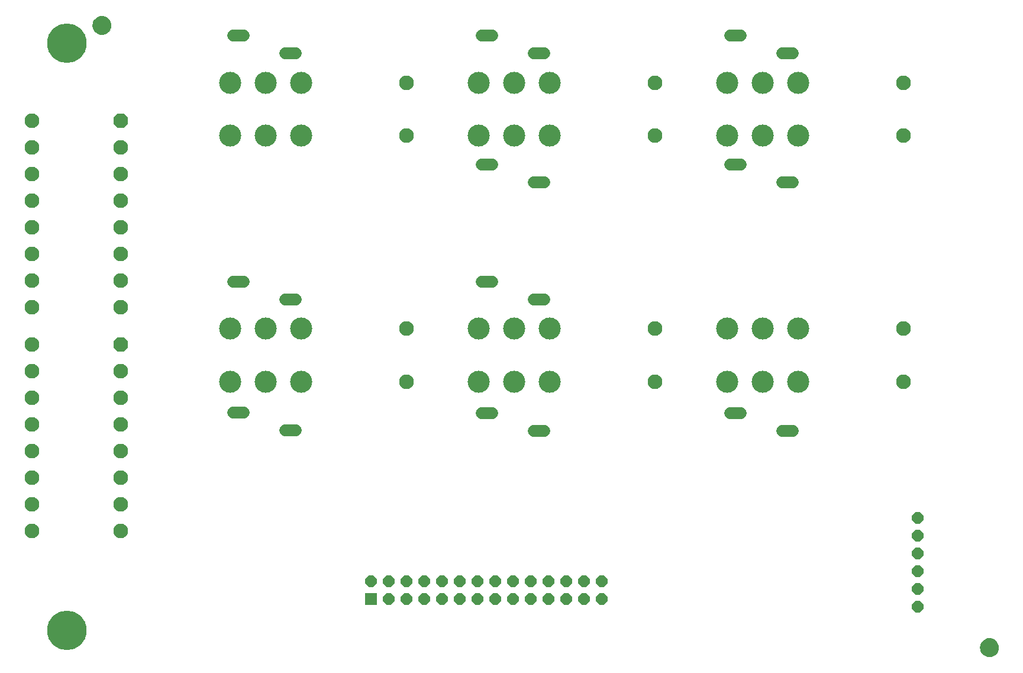
<source format=gbs>
G75*
%MOIN*%
%OFA0B0*%
%FSLAX25Y25*%
%IPPOS*%
%LPD*%
%AMOC8*
5,1,8,0,0,1.08239X$1,22.5*
%
%ADD10C,0.13198*%
%ADD11OC8,0.06506*%
%ADD12R,0.06506X0.06506*%
%ADD13C,0.00500*%
%ADD14C,0.12411*%
%ADD15C,0.08277*%
%ADD16C,0.06600*%
%ADD17OC8,0.08277*%
%ADD18C,0.22254*%
D10*
X0137995Y0087673D03*
X0137995Y0418382D03*
D11*
X0309333Y0115232D03*
X0319333Y0115232D03*
X0329333Y0115232D03*
X0339333Y0115232D03*
X0349333Y0115232D03*
X0359333Y0115232D03*
X0369333Y0115232D03*
X0379333Y0115232D03*
X0389333Y0115232D03*
X0399333Y0115232D03*
X0409333Y0115232D03*
X0419333Y0115232D03*
X0429333Y0115232D03*
X0439333Y0115232D03*
X0439333Y0105232D03*
X0429333Y0105232D03*
X0419333Y0105232D03*
X0409333Y0105232D03*
X0399333Y0105232D03*
X0389333Y0105232D03*
X0379333Y0105232D03*
X0369333Y0105232D03*
X0359333Y0105232D03*
X0349333Y0105232D03*
X0339333Y0105232D03*
X0329333Y0105232D03*
X0319333Y0105232D03*
X0617188Y0100770D03*
X0617188Y0110770D03*
X0617188Y0120770D03*
X0617188Y0130770D03*
X0617188Y0140770D03*
X0617188Y0150770D03*
D12*
X0309333Y0105232D03*
D13*
X0652680Y0077831D02*
X0652756Y0078699D01*
X0652981Y0079541D01*
X0653350Y0080331D01*
X0653850Y0081045D01*
X0654466Y0081661D01*
X0655180Y0082161D01*
X0655970Y0082529D01*
X0656812Y0082755D01*
X0657680Y0082831D01*
X0658548Y0082755D01*
X0659390Y0082529D01*
X0660180Y0082161D01*
X0660894Y0081661D01*
X0661510Y0081045D01*
X0662010Y0080331D01*
X0662378Y0079541D01*
X0662604Y0078699D01*
X0662680Y0077831D01*
X0662604Y0076962D01*
X0662378Y0076121D01*
X0662010Y0075331D01*
X0661510Y0074617D01*
X0660894Y0074000D01*
X0660180Y0073501D01*
X0659390Y0073132D01*
X0658548Y0072907D01*
X0657680Y0072831D01*
X0656812Y0072907D01*
X0655970Y0073132D01*
X0655180Y0073501D01*
X0654466Y0074000D01*
X0653850Y0074617D01*
X0653350Y0075331D01*
X0652981Y0076121D01*
X0652756Y0076962D01*
X0652680Y0077831D01*
X0652693Y0077984D02*
X0662666Y0077984D01*
X0662650Y0077485D02*
X0652710Y0077485D01*
X0652754Y0076987D02*
X0662606Y0076987D01*
X0662477Y0076488D02*
X0652883Y0076488D01*
X0653042Y0075990D02*
X0662317Y0075990D01*
X0662085Y0075491D02*
X0653275Y0075491D01*
X0653586Y0074993D02*
X0661773Y0074993D01*
X0661388Y0074494D02*
X0653972Y0074494D01*
X0654472Y0073996D02*
X0660887Y0073996D01*
X0660173Y0073497D02*
X0655187Y0073497D01*
X0656468Y0072999D02*
X0658892Y0072999D01*
X0662623Y0078482D02*
X0652737Y0078482D01*
X0652831Y0078981D02*
X0662528Y0078981D01*
X0662395Y0079479D02*
X0652965Y0079479D01*
X0653185Y0079978D02*
X0662174Y0079978D01*
X0661908Y0080477D02*
X0653452Y0080477D01*
X0653801Y0080975D02*
X0661559Y0080975D01*
X0661081Y0081474D02*
X0654278Y0081474D01*
X0654910Y0081972D02*
X0660449Y0081972D01*
X0659516Y0082471D02*
X0655844Y0082471D01*
X0162010Y0425724D02*
X0161510Y0425010D01*
X0160894Y0424394D01*
X0160180Y0423894D01*
X0159390Y0423526D01*
X0158548Y0423300D01*
X0157680Y0423224D01*
X0156812Y0423300D01*
X0155970Y0423526D01*
X0155180Y0423894D01*
X0154466Y0424394D01*
X0153850Y0425010D01*
X0153350Y0425724D01*
X0152981Y0426514D01*
X0152756Y0427356D01*
X0152680Y0428224D01*
X0152756Y0429093D01*
X0152981Y0429935D01*
X0153350Y0430724D01*
X0153850Y0431438D01*
X0154466Y0432055D01*
X0155180Y0432555D01*
X0155970Y0432923D01*
X0156812Y0433148D01*
X0157680Y0433224D01*
X0158548Y0433148D01*
X0159390Y0432923D01*
X0160180Y0432555D01*
X0160894Y0432055D01*
X0161510Y0431438D01*
X0162010Y0430724D01*
X0162378Y0429935D01*
X0162604Y0429093D01*
X0162680Y0428224D01*
X0162604Y0427356D01*
X0162378Y0426514D01*
X0162010Y0425724D01*
X0162113Y0425945D02*
X0153247Y0425945D01*
X0153014Y0426443D02*
X0162345Y0426443D01*
X0162493Y0426942D02*
X0152867Y0426942D01*
X0152748Y0427440D02*
X0162611Y0427440D01*
X0162655Y0427939D02*
X0152705Y0427939D01*
X0152698Y0428437D02*
X0162661Y0428437D01*
X0162618Y0428936D02*
X0152742Y0428936D01*
X0152847Y0429434D02*
X0162512Y0429434D01*
X0162379Y0429933D02*
X0152981Y0429933D01*
X0153213Y0430431D02*
X0162147Y0430431D01*
X0161866Y0430930D02*
X0153494Y0430930D01*
X0153843Y0431428D02*
X0161517Y0431428D01*
X0161021Y0431927D02*
X0154338Y0431927D01*
X0154995Y0432426D02*
X0160364Y0432426D01*
X0159386Y0432924D02*
X0155974Y0432924D01*
X0153544Y0425446D02*
X0161815Y0425446D01*
X0161447Y0424948D02*
X0153912Y0424948D01*
X0154411Y0424449D02*
X0160949Y0424449D01*
X0160261Y0423951D02*
X0155099Y0423951D01*
X0156245Y0423452D02*
X0159115Y0423452D01*
D14*
X0230081Y0395902D03*
X0249924Y0395902D03*
X0269766Y0395902D03*
X0269766Y0366138D03*
X0249924Y0366138D03*
X0230081Y0366138D03*
X0370081Y0366138D03*
X0389924Y0366138D03*
X0409766Y0366138D03*
X0409766Y0395902D03*
X0389924Y0395902D03*
X0370081Y0395902D03*
X0510081Y0395902D03*
X0529924Y0395902D03*
X0549766Y0395902D03*
X0549766Y0366138D03*
X0529924Y0366138D03*
X0510081Y0366138D03*
X0510081Y0257402D03*
X0529924Y0257402D03*
X0549766Y0257402D03*
X0549766Y0227638D03*
X0529924Y0227638D03*
X0510081Y0227638D03*
X0409766Y0227638D03*
X0389924Y0227638D03*
X0370081Y0227638D03*
X0370081Y0257402D03*
X0389924Y0257402D03*
X0409766Y0257402D03*
X0269766Y0257402D03*
X0249924Y0257402D03*
X0230081Y0257402D03*
X0230081Y0227638D03*
X0249924Y0227638D03*
X0269766Y0227638D03*
D15*
X0329294Y0227638D03*
X0329294Y0257402D03*
X0469294Y0257402D03*
X0469294Y0227638D03*
X0609294Y0227638D03*
X0609294Y0257402D03*
X0609294Y0366138D03*
X0609294Y0395902D03*
X0469294Y0395902D03*
X0469294Y0366138D03*
X0329294Y0366138D03*
X0329294Y0395902D03*
X0168113Y0359425D03*
X0168113Y0344425D03*
X0168113Y0329425D03*
X0168113Y0314425D03*
X0168113Y0299425D03*
X0168113Y0284425D03*
X0168113Y0269425D03*
X0168113Y0233441D03*
X0168113Y0218441D03*
X0168113Y0203441D03*
X0168113Y0188441D03*
X0168113Y0173441D03*
X0168113Y0158441D03*
X0168113Y0143441D03*
X0118113Y0143441D03*
X0118113Y0158441D03*
X0118113Y0173441D03*
X0118113Y0188441D03*
X0118113Y0203441D03*
X0118113Y0218441D03*
X0118113Y0233441D03*
X0118113Y0248441D03*
X0118113Y0269425D03*
X0118113Y0284425D03*
X0118113Y0299425D03*
X0118113Y0314425D03*
X0118113Y0329425D03*
X0118113Y0344425D03*
X0118113Y0359425D03*
X0118113Y0374425D03*
D16*
X0231424Y0422520D02*
X0237424Y0422520D01*
X0260951Y0412520D02*
X0266951Y0412520D01*
X0371424Y0422520D02*
X0377424Y0422520D01*
X0400951Y0412520D02*
X0406951Y0412520D01*
X0377424Y0350020D02*
X0371424Y0350020D01*
X0400951Y0340020D02*
X0406951Y0340020D01*
X0377424Y0284020D02*
X0371424Y0284020D01*
X0400951Y0274020D02*
X0406951Y0274020D01*
X0377424Y0210020D02*
X0371424Y0210020D01*
X0400951Y0200020D02*
X0406951Y0200020D01*
X0511424Y0210020D02*
X0517424Y0210020D01*
X0540951Y0200020D02*
X0546951Y0200020D01*
X0546951Y0340020D02*
X0540951Y0340020D01*
X0517424Y0350020D02*
X0511424Y0350020D01*
X0540951Y0412520D02*
X0546951Y0412520D01*
X0517424Y0422520D02*
X0511424Y0422520D01*
X0266951Y0274020D02*
X0260951Y0274020D01*
X0237424Y0284020D02*
X0231424Y0284020D01*
X0231424Y0210270D02*
X0237424Y0210270D01*
X0260951Y0200270D02*
X0266951Y0200270D01*
D17*
X0168113Y0248441D03*
X0168113Y0374425D03*
D18*
X0137995Y0087673D03*
X0137995Y0418382D03*
M02*

</source>
